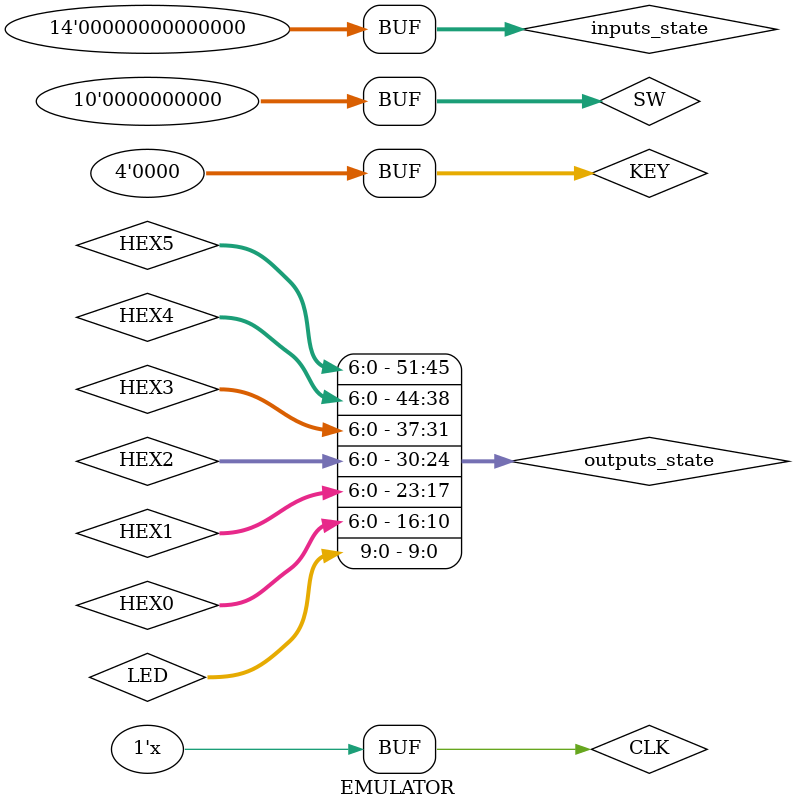
<source format=v>
`timescale 1ns/1ns

module EMULATOR();


reg CLK = 0;
wire [9:0] SW;
wire [3:0] KEY;
wire [9:0] LED;
wire [6:0] HEX0;
wire [6:0] HEX1;
wire [6:0] HEX2;
wire [6:0] HEX3;
wire [6:0] HEX4;
wire [6:0] HEX5;

///////// TU WSTAW TESTOWANY MODUŁ ////////////

always #15 CLK = !CLK; // Genrator Zegara

mammamia dut(
	.HEX(HEX0),
	.KEY(KEY),
	.SW9(SW[9]),
	.SW2(SW[2]),
	.SW1(SW[1]),
	.SW0(SW[0]),
	.LED(LED)
);

always @(*) begin
    $display("LED: %b | KEY: %b | SW: %b", LED, KEY, SW);
end

/////////////////////////////////////////////

parameter INPUTS_STATE_LEN  = 14;
parameter OUTPUTS_STATE_LEN = 52;


wire [OUTPUTS_STATE_LEN-1 : 0] outputs_state;
reg  [INPUTS_STATE_LEN-1  : 0] inputs_state  = 0;

assign SW  = inputs_state[9:0];
assign KEY = inputs_state[13:10];
assign outputs_state[9:0]   = LED;
assign outputs_state[16:10] = HEX0;
assign outputs_state[23:17] = HEX1;
assign outputs_state[30:24] = HEX2;
assign outputs_state[37:31] = HEX3;
assign outputs_state[44:38] = HEX4;
assign outputs_state[51:45] = HEX5;

function [OUTPUTS_STATE_LEN-1:0] update_state(input [INPUTS_STATE_LEN-1:0] new_inputs_state);
begin
    inputs_state = new_inputs_state;
    update_state = outputs_state;
end
endfunction


endmodule
</source>
